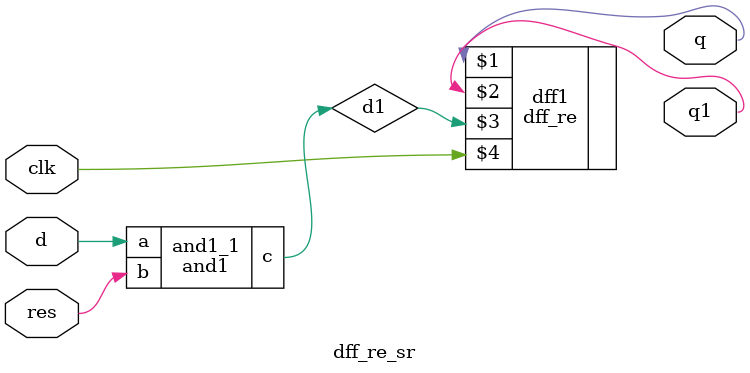
<source format=v>
`include "Hadif_B190513CS_Q01a.v"

module and1(output c, input a, input b);
  wire c1;
  nand(c1, a, b);
  nand(c, c1);
endmodule

module dff_re_sr(output q, q1, input d, clk, res);
  wire d1;
  and1 and1_1(d1, d, res);
  dff_re dff1(q, q1, d1, clk);
endmodule
</source>
